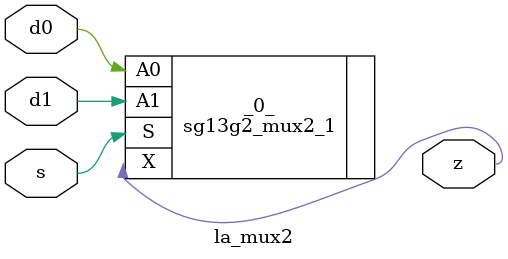
<source format=v>

/* Generated by Yosys 0.40+33 (git sha1 cd1fb8b15, g++ 11.4.0-1ubuntu1~22.04 -fPIC -Os) */

module la_mux2(d0, d1, s, z);
  input d0;
  wire d0;
  input d1;
  wire d1;
  input s;
  wire s;
  output z;
  wire z;
  sg13g2_mux2_1 _0_ (
    .A0(d0),
    .A1(d1),
    .S(s),
    .X(z)
  );
endmodule

</source>
